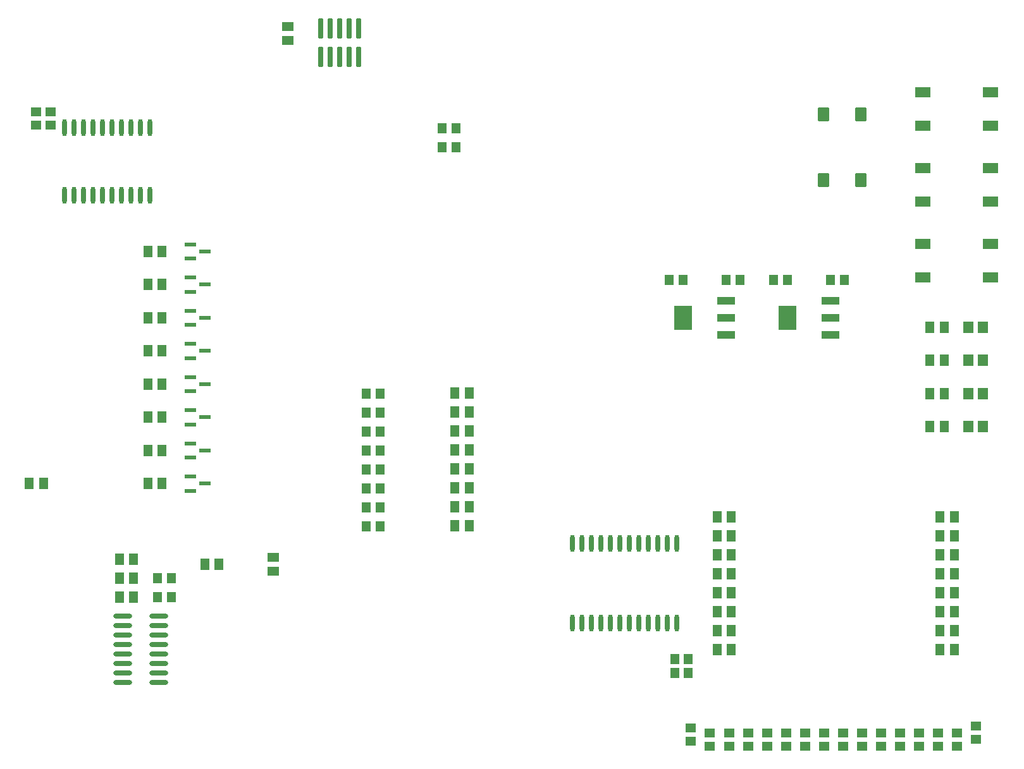
<source format=gtp>
%FSLAX43Y43*%
%MOMM*%
G71*
G01*
G75*
G04 Layer_Color=8421504*
%ADD10O,0.600X2.300*%
%ADD11O,2.500X0.700*%
%ADD12R,1.400X1.200*%
%ADD13R,1.300X1.500*%
%ADD14R,1.500X0.600*%
%ADD15R,1.200X1.400*%
%ADD16R,1.400X1.500*%
%ADD17R,1.500X1.300*%
G04:AMPARAMS|DCode=18|XSize=2.1mm|YSize=1.4mm|CornerRadius=0.14mm|HoleSize=0mm|Usage=FLASHONLY|Rotation=0.000|XOffset=0mm|YOffset=0mm|HoleType=Round|Shape=RoundedRectangle|*
%AMROUNDEDRECTD18*
21,1,2.100,1.120,0,0,0.0*
21,1,1.820,1.400,0,0,0.0*
1,1,0.280,0.910,-0.560*
1,1,0.280,-0.910,-0.560*
1,1,0.280,-0.910,0.560*
1,1,0.280,0.910,0.560*
%
%ADD18ROUNDEDRECTD18*%
%ADD19R,2.400X3.300*%
%ADD20R,2.400X1.000*%
G04:AMPARAMS|DCode=21|XSize=2.7mm|YSize=0.7mm|CornerRadius=0.14mm|HoleSize=0mm|Usage=FLASHONLY|Rotation=270.000|XOffset=0mm|YOffset=0mm|HoleType=Round|Shape=RoundedRectangle|*
%AMROUNDEDRECTD21*
21,1,2.700,0.420,0,0,270.0*
21,1,2.420,0.700,0,0,270.0*
1,1,0.280,-0.210,-1.210*
1,1,0.280,-0.210,1.210*
1,1,0.280,0.210,1.210*
1,1,0.280,0.210,-1.210*
%
%ADD21ROUNDEDRECTD21*%
G04:AMPARAMS|DCode=22|XSize=1.8mm|YSize=1.6mm|CornerRadius=0.16mm|HoleSize=0mm|Usage=FLASHONLY|Rotation=90.000|XOffset=0mm|YOffset=0mm|HoleType=Round|Shape=RoundedRectangle|*
%AMROUNDEDRECTD22*
21,1,1.800,1.280,0,0,90.0*
21,1,1.480,1.600,0,0,90.0*
1,1,0.320,0.640,0.740*
1,1,0.320,0.640,-0.740*
1,1,0.320,-0.640,-0.740*
1,1,0.320,-0.640,0.740*
%
%ADD22ROUNDEDRECTD22*%
%ADD23C,0.305*%
%ADD24C,1.270*%
%ADD25C,0.635*%
%ADD26C,0.508*%
%ADD27O,1.600X0.800*%
%ADD28C,1.000*%
G04:AMPARAMS|DCode=29|XSize=1.8mm|YSize=1.2mm|CornerRadius=0.48mm|HoleSize=0mm|Usage=FLASHONLY|Rotation=270.000|XOffset=0mm|YOffset=0mm|HoleType=Round|Shape=RoundedRectangle|*
%AMROUNDEDRECTD29*
21,1,1.800,0.240,0,0,270.0*
21,1,0.840,1.200,0,0,270.0*
1,1,0.960,-0.120,-0.420*
1,1,0.960,-0.120,0.420*
1,1,0.960,0.120,0.420*
1,1,0.960,0.120,-0.420*
%
%ADD29ROUNDEDRECTD29*%
G04:AMPARAMS|DCode=30|XSize=1.6mm|YSize=1.2mm|CornerRadius=0.48mm|HoleSize=0mm|Usage=FLASHONLY|Rotation=270.000|XOffset=0mm|YOffset=0mm|HoleType=Round|Shape=RoundedRectangle|*
%AMROUNDEDRECTD30*
21,1,1.600,0.240,0,0,270.0*
21,1,0.640,1.200,0,0,270.0*
1,1,0.960,-0.120,-0.320*
1,1,0.960,-0.120,0.320*
1,1,0.960,0.120,0.320*
1,1,0.960,0.120,-0.320*
%
%ADD30ROUNDEDRECTD30*%
%ADD31R,1.500X1.500*%
%ADD32C,1.500*%
%ADD33R,1.500X1.500*%
%ADD34C,1.400*%
%ADD35C,1.350*%
%ADD36R,1.350X1.350*%
G04:AMPARAMS|DCode=37|XSize=1.6mm|YSize=1mm|CornerRadius=0.25mm|HoleSize=0mm|Usage=FLASHONLY|Rotation=270.000|XOffset=0mm|YOffset=0mm|HoleType=Round|Shape=RoundedRectangle|*
%AMROUNDEDRECTD37*
21,1,1.600,0.500,0,0,270.0*
21,1,1.100,1.000,0,0,270.0*
1,1,0.500,-0.250,-0.550*
1,1,0.500,-0.250,0.550*
1,1,0.500,0.250,0.550*
1,1,0.500,0.250,-0.550*
%
%ADD37ROUNDEDRECTD37*%
%ADD38C,1.500*%
%ADD39R,1.500X1.500*%
G04:AMPARAMS|DCode=40|XSize=2.4mm|YSize=1.2mm|CornerRadius=0.54mm|HoleSize=0mm|Usage=FLASHONLY|Rotation=270.000|XOffset=0mm|YOffset=0mm|HoleType=Round|Shape=RoundedRectangle|*
%AMROUNDEDRECTD40*
21,1,2.400,0.120,0,0,270.0*
21,1,1.320,1.200,0,0,270.0*
1,1,1.080,-0.060,-0.660*
1,1,1.080,-0.060,0.660*
1,1,1.080,0.060,0.660*
1,1,1.080,0.060,-0.660*
%
%ADD40ROUNDEDRECTD40*%
%ADD41C,0.762*%
%ADD42C,0.457*%
%ADD43C,1.270*%
%ADD44C,0.200*%
%ADD45C,0.250*%
%ADD46C,0.600*%
%ADD47C,0.100*%
%ADD48C,0.102*%
%ADD49C,0.203*%
D10*
X100980Y37100D02*
D03*
X99710D02*
D03*
X98440D02*
D03*
X97170D02*
D03*
X95900D02*
D03*
X94630D02*
D03*
X93360D02*
D03*
X92090D02*
D03*
X90820D02*
D03*
X89550D02*
D03*
X88280D02*
D03*
X87010D02*
D03*
X100980Y26400D02*
D03*
X99710D02*
D03*
X98440D02*
D03*
X97170D02*
D03*
X95900D02*
D03*
X94630D02*
D03*
X93360D02*
D03*
X92090D02*
D03*
X90820D02*
D03*
X89550D02*
D03*
X88280D02*
D03*
X87010D02*
D03*
X30480Y92815D02*
D03*
X29210D02*
D03*
X27940D02*
D03*
X26670D02*
D03*
X25400D02*
D03*
X24130D02*
D03*
X22860D02*
D03*
X21590D02*
D03*
X20320D02*
D03*
X19050D02*
D03*
X30480Y83715D02*
D03*
X29210D02*
D03*
X27940D02*
D03*
X26670D02*
D03*
X25400D02*
D03*
X24130D02*
D03*
X22860D02*
D03*
X21590D02*
D03*
X20320D02*
D03*
X19050D02*
D03*
D11*
X26760Y27305D02*
D03*
Y26035D02*
D03*
Y24765D02*
D03*
Y23495D02*
D03*
Y22225D02*
D03*
Y20955D02*
D03*
Y19685D02*
D03*
Y18415D02*
D03*
X31660Y27305D02*
D03*
Y26035D02*
D03*
Y24765D02*
D03*
Y23495D02*
D03*
Y22225D02*
D03*
Y20955D02*
D03*
Y19685D02*
D03*
Y18415D02*
D03*
D12*
X17145Y94880D02*
D03*
Y93080D02*
D03*
X15240Y94880D02*
D03*
Y93080D02*
D03*
X102870Y12330D02*
D03*
Y10530D02*
D03*
X105410Y11695D02*
D03*
Y9895D02*
D03*
X107965Y11695D02*
D03*
Y9895D02*
D03*
X110505Y11695D02*
D03*
Y9895D02*
D03*
X113045Y11695D02*
D03*
Y9895D02*
D03*
X115585Y11695D02*
D03*
Y9895D02*
D03*
X118125Y11695D02*
D03*
Y9895D02*
D03*
X120665Y11695D02*
D03*
Y9895D02*
D03*
X140985Y12595D02*
D03*
Y10795D02*
D03*
X138445Y11695D02*
D03*
Y9895D02*
D03*
X135905Y11695D02*
D03*
Y9895D02*
D03*
X133365Y11695D02*
D03*
Y9895D02*
D03*
X130825Y11695D02*
D03*
Y9895D02*
D03*
X128285Y11695D02*
D03*
Y9895D02*
D03*
X125745Y11695D02*
D03*
Y9895D02*
D03*
X123205Y11695D02*
D03*
Y9895D02*
D03*
D13*
X32065Y49530D02*
D03*
X30165D02*
D03*
X32065Y53975D02*
D03*
X30165D02*
D03*
X32065Y58420D02*
D03*
X30165D02*
D03*
X32065Y62865D02*
D03*
X30165D02*
D03*
X32065Y67310D02*
D03*
X30165D02*
D03*
X32065Y71755D02*
D03*
X30165D02*
D03*
X32065Y76200D02*
D03*
X30165D02*
D03*
X108280Y22860D02*
D03*
X106380D02*
D03*
X108280Y25400D02*
D03*
X106380D02*
D03*
X108280Y27940D02*
D03*
X106380D02*
D03*
X108280Y30480D02*
D03*
X106380D02*
D03*
X108280Y33020D02*
D03*
X106380D02*
D03*
X108280Y35560D02*
D03*
X106380D02*
D03*
X108280Y38100D02*
D03*
X106380D02*
D03*
X108280Y40640D02*
D03*
X106380D02*
D03*
X136225Y22860D02*
D03*
X138125D02*
D03*
X136225Y25400D02*
D03*
X138125D02*
D03*
X136225Y27940D02*
D03*
X138125D02*
D03*
X136225Y30480D02*
D03*
X138125D02*
D03*
X136225Y33020D02*
D03*
X138125D02*
D03*
X136225Y35560D02*
D03*
X138125D02*
D03*
X136225Y38100D02*
D03*
X138125D02*
D03*
X136225Y40640D02*
D03*
X138125D02*
D03*
X73165Y57245D02*
D03*
X71265D02*
D03*
X73165Y54705D02*
D03*
X71265D02*
D03*
X73165Y52165D02*
D03*
X71265D02*
D03*
X73165Y49625D02*
D03*
X71265D02*
D03*
X73165Y47085D02*
D03*
X71265D02*
D03*
X73165Y42005D02*
D03*
X71265D02*
D03*
X73165Y44545D02*
D03*
X71265D02*
D03*
X73165Y39465D02*
D03*
X71265D02*
D03*
X134860Y57150D02*
D03*
X136760D02*
D03*
X134860Y52705D02*
D03*
X136760D02*
D03*
X134860Y66040D02*
D03*
X136760D02*
D03*
X39685Y34290D02*
D03*
X37785D02*
D03*
X134860Y61595D02*
D03*
X136760D02*
D03*
X26355Y29845D02*
D03*
X28255D02*
D03*
X16190Y45085D02*
D03*
X14290D02*
D03*
X26355Y32385D02*
D03*
X28255D02*
D03*
X26355Y34925D02*
D03*
X28255D02*
D03*
X32065Y45085D02*
D03*
X30165D02*
D03*
D14*
X37780Y49530D02*
D03*
X35880Y48580D02*
D03*
Y50480D02*
D03*
X37780Y53975D02*
D03*
X35880Y53025D02*
D03*
Y54925D02*
D03*
X37780Y58420D02*
D03*
X35880Y57470D02*
D03*
Y59370D02*
D03*
X37780Y62865D02*
D03*
X35880Y61915D02*
D03*
Y63815D02*
D03*
X37780Y67310D02*
D03*
X35880Y66360D02*
D03*
Y68260D02*
D03*
X37780Y71755D02*
D03*
X35880Y70805D02*
D03*
Y72705D02*
D03*
X37780Y76200D02*
D03*
X35880Y75250D02*
D03*
Y77150D02*
D03*
X37780Y45085D02*
D03*
X35880Y44135D02*
D03*
Y46035D02*
D03*
D15*
X59425Y52070D02*
D03*
X61225D02*
D03*
X71385Y92710D02*
D03*
X69585D02*
D03*
X69585Y90170D02*
D03*
X71385D02*
D03*
X109405Y72390D02*
D03*
X107605D02*
D03*
X99985Y72390D02*
D03*
X101785D02*
D03*
X100700Y21590D02*
D03*
X102500D02*
D03*
X102500Y19685D02*
D03*
X100700D02*
D03*
X123375Y72390D02*
D03*
X121575D02*
D03*
X113955Y72390D02*
D03*
X115755D02*
D03*
X33285Y29845D02*
D03*
X31485D02*
D03*
X33285Y32385D02*
D03*
X31485D02*
D03*
X59425Y57150D02*
D03*
X61225D02*
D03*
X59425Y54610D02*
D03*
X61225D02*
D03*
X59425Y49530D02*
D03*
X61225D02*
D03*
X59425Y46990D02*
D03*
X61225D02*
D03*
X59425Y44450D02*
D03*
X61225D02*
D03*
X59425Y41910D02*
D03*
X61225D02*
D03*
X59425Y39370D02*
D03*
X61225D02*
D03*
D16*
X139970Y52705D02*
D03*
X141970D02*
D03*
X139970Y66040D02*
D03*
X141970D02*
D03*
X139970Y61595D02*
D03*
X141970D02*
D03*
X139970Y57150D02*
D03*
X141970D02*
D03*
D17*
X46990Y35240D02*
D03*
Y33340D02*
D03*
X48895Y106360D02*
D03*
Y104460D02*
D03*
D18*
X133880Y87340D02*
D03*
X142980D02*
D03*
X133880Y82840D02*
D03*
X142980D02*
D03*
X133880Y77180D02*
D03*
X142980D02*
D03*
X133880Y72680D02*
D03*
X142980D02*
D03*
X133880Y97500D02*
D03*
X142980D02*
D03*
X133880Y93000D02*
D03*
X142980D02*
D03*
D19*
X115765Y67310D02*
D03*
X101795D02*
D03*
D20*
X121565Y65010D02*
D03*
Y69610D02*
D03*
Y67310D02*
D03*
X107595Y69610D02*
D03*
Y65010D02*
D03*
Y67310D02*
D03*
D21*
X58420Y106045D02*
D03*
Y102235D02*
D03*
X57150Y106045D02*
D03*
Y102235D02*
D03*
X55880Y106045D02*
D03*
Y102235D02*
D03*
X54610Y106045D02*
D03*
Y102235D02*
D03*
X53340Y106045D02*
D03*
Y102235D02*
D03*
D22*
X120610Y94570D02*
D03*
X125610D02*
D03*
X120610Y85770D02*
D03*
X125610D02*
D03*
M02*

</source>
